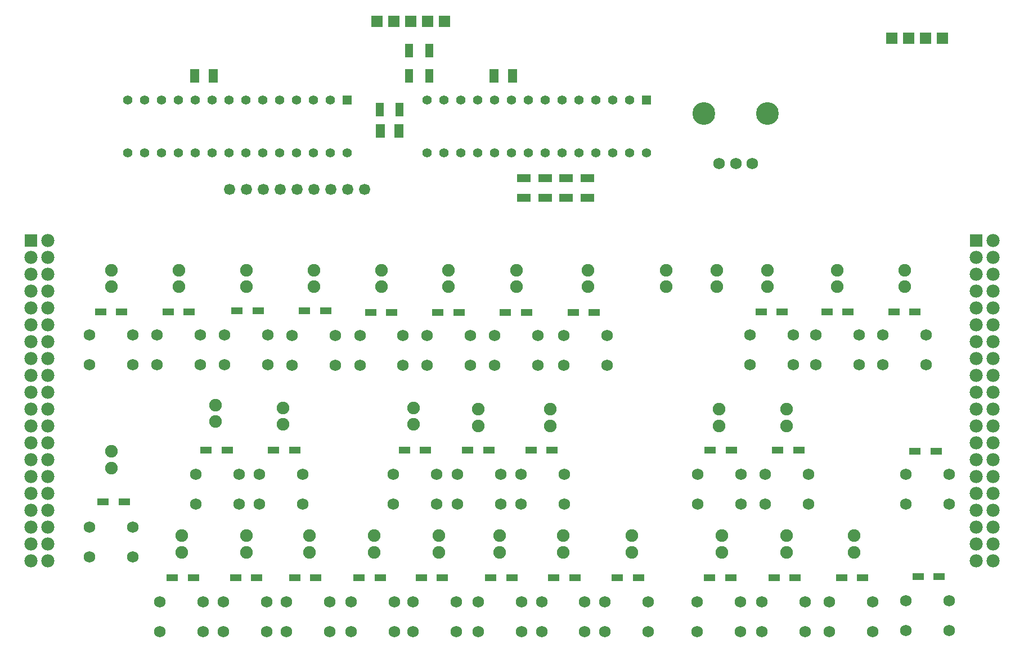
<source format=gbr>
G04 DesignSpark PCB Gerber Version 9.0 Build 5138 *
%FSLAX35Y35*%
%MOIN*%
%ADD75R,0.05134X0.08087*%
%ADD76R,0.05213X0.08165*%
%ADD25R,0.05563X0.05563*%
%ADD77R,0.07000X0.07000*%
%ADD78R,0.07791X0.07791*%
%ADD26C,0.05563*%
%ADD72R,0.06512X0.03953*%
%ADD29C,0.06634*%
%ADD27C,0.06906*%
%ADD28C,0.07496*%
%ADD79C,0.07791*%
%ADD73R,0.08087X0.05134*%
%ADD74C,0.13457*%
X0Y0D02*
D02*
D25*
X197881Y333726D03*
X375163D03*
D02*
D26*
X67881Y302474D03*
Y333726D03*
X77881Y302474D03*
Y333726D03*
X87881Y302474D03*
Y333726D03*
X97881Y302474D03*
Y333726D03*
X107881Y302474D03*
Y333726D03*
X117881Y302474D03*
Y333726D03*
X127881Y302474D03*
Y333726D03*
X137881Y302474D03*
Y333726D03*
X147881Y302474D03*
Y333726D03*
X157881Y302474D03*
Y333726D03*
X167881Y302474D03*
Y333726D03*
X177881Y302474D03*
Y333726D03*
X187881Y302474D03*
Y333726D03*
X197881Y302474D03*
X245163D03*
Y333726D03*
X255163Y302474D03*
Y333726D03*
X265163Y302474D03*
Y333726D03*
X275163Y302474D03*
Y333726D03*
X285163Y302474D03*
Y333726D03*
X295163Y302474D03*
Y333726D03*
X305163Y302474D03*
Y333726D03*
X315163Y302474D03*
Y333726D03*
X325163Y302474D03*
Y333726D03*
X335163Y302474D03*
Y333726D03*
X345163Y302474D03*
Y333726D03*
X355163Y302474D03*
Y333726D03*
X365163Y302474D03*
Y333726D03*
X375163Y302474D03*
D02*
D27*
X45305Y62864D03*
Y80580D03*
Y176742D03*
Y194458D03*
X70895Y62864D03*
Y80580D03*
Y176742D03*
Y194458D03*
X85305Y176742D03*
Y194458D03*
X87057Y18553D03*
Y36269D03*
X108369Y94242D03*
Y111958D03*
X110895Y176742D03*
Y194458D03*
X112647Y18553D03*
Y36269D03*
X124557Y18553D03*
Y36269D03*
X125305Y176742D03*
Y194458D03*
X133960Y94242D03*
Y111958D03*
X145869Y94242D03*
Y111958D03*
X150147Y18553D03*
Y36269D03*
X150895Y176742D03*
Y194458D03*
X162057Y18553D03*
Y36269D03*
X165305Y176566D03*
Y194283D03*
X171460Y94242D03*
Y111958D03*
X187647Y18553D03*
Y36269D03*
X190895Y176566D03*
Y194283D03*
X200305Y18553D03*
Y36269D03*
X205430Y176566D03*
Y194283D03*
X225305Y94242D03*
Y111958D03*
X225895Y18553D03*
Y36269D03*
X231020Y176566D03*
Y194283D03*
X237057Y18553D03*
Y36269D03*
X245305Y176566D03*
Y194283D03*
X250895Y94242D03*
Y111958D03*
X262647Y18553D03*
Y36269D03*
X263369Y94242D03*
Y111958D03*
X270895Y176566D03*
Y194283D03*
X275600Y18553D03*
Y36269D03*
X285305Y176525D03*
Y194242D03*
X288960Y94242D03*
Y111958D03*
X300869Y94242D03*
Y111958D03*
X301191Y18553D03*
Y36269D03*
X310895Y176525D03*
Y194242D03*
X313100Y18553D03*
Y36269D03*
X326335Y176566D03*
Y194283D03*
X326460Y94242D03*
Y111958D03*
X338691Y18553D03*
Y36269D03*
X350600Y18553D03*
Y36269D03*
X351925Y176566D03*
Y194283D03*
X376191Y18553D03*
Y36269D03*
X405305Y18553D03*
Y36269D03*
X405600Y94242D03*
Y111958D03*
X418257Y296348D03*
X428100D03*
X430895Y18553D03*
Y36269D03*
X431191Y94242D03*
Y111958D03*
X436617Y176742D03*
Y194458D03*
X437943Y296348D03*
X443553Y18553D03*
Y36269D03*
X445600Y94242D03*
Y111958D03*
X462208Y176742D03*
Y194458D03*
X469143Y18553D03*
Y36269D03*
X471191Y94242D03*
Y111958D03*
X475600Y176742D03*
Y194458D03*
X483553Y18553D03*
Y36269D03*
X501191Y176742D03*
Y194458D03*
X509143Y18553D03*
Y36269D03*
X515305Y176742D03*
Y194458D03*
X528848Y19242D03*
Y36958D03*
Y94242D03*
Y111958D03*
X540895Y176742D03*
Y194458D03*
X554439Y19242D03*
Y36958D03*
Y94242D03*
Y111958D03*
D02*
D28*
X58100Y115679D03*
Y125521D03*
Y223179D03*
Y233021D03*
X98100Y223179D03*
Y233021D03*
X99852Y65679D03*
Y75521D03*
X119852Y143179D03*
Y153021D03*
X138100Y65679D03*
Y75521D03*
Y223179D03*
Y233021D03*
X159852Y141409D03*
Y151251D03*
X175600Y65679D03*
Y75521D03*
X178100Y223179D03*
Y233021D03*
X213848Y65679D03*
Y75521D03*
X218100Y223179D03*
Y233021D03*
X237352Y141409D03*
Y151251D03*
X252352Y65679D03*
Y75521D03*
X257975Y223179D03*
Y233021D03*
X275600Y140679D03*
Y150521D03*
X288395Y65679D03*
Y75521D03*
X298100Y223179D03*
Y233021D03*
X318100Y140679D03*
Y150521D03*
X325895Y65679D03*
Y75521D03*
X340600Y223179D03*
Y233021D03*
X366643Y65679D03*
Y75521D03*
X386913Y223179D03*
Y233021D03*
X416913Y223179D03*
Y233021D03*
X418100Y140679D03*
Y150521D03*
X419852Y65679D03*
Y75521D03*
X446913Y223179D03*
Y233021D03*
X458100Y65679D03*
Y75521D03*
Y140679D03*
Y150521D03*
X488395Y223179D03*
Y233021D03*
X498100Y65679D03*
Y75521D03*
X528100Y223179D03*
Y233021D03*
D02*
D29*
X128100Y281037D03*
X138100D03*
X148100D03*
X158100D03*
X168100D03*
X178100D03*
X188100D03*
X198100D03*
X208100D03*
D02*
D72*
X51801Y208100D03*
X53297Y95600D03*
X64399Y208100D03*
X65895Y95600D03*
X91801Y208100D03*
X94301Y50600D03*
X104399Y208100D03*
X106899Y50600D03*
X114301Y126330D03*
X126899D03*
X131801Y50600D03*
X132549Y208830D03*
X144399Y50600D03*
X145147Y208830D03*
X154301Y126330D03*
X166801Y50600D03*
X166899Y126330D03*
X172549Y208830D03*
X179399Y50600D03*
X185147Y208830D03*
X205049Y50600D03*
X211801Y207965D03*
X217647Y50600D03*
X224399Y207965D03*
X231801Y126330D03*
X241801Y50600D03*
X244399Y126330D03*
X251676Y207965D03*
X254399Y50600D03*
X264274Y207965D03*
X269301Y126330D03*
X281899D03*
X282844Y50600D03*
X291676Y207965D03*
X295443Y50600D03*
X304274Y207965D03*
X306801Y126330D03*
X319399D03*
X320344Y50600D03*
X331801Y207965D03*
X332943Y50600D03*
X344399Y207965D03*
X357844Y50600D03*
X370443D03*
X412549D03*
X412844Y126289D03*
X425147Y50600D03*
X425443Y126289D03*
X443113Y208100D03*
X450797Y50600D03*
X452844Y126289D03*
X455712Y208100D03*
X463395Y50600D03*
X465443Y126289D03*
X482096Y208100D03*
X490797Y50600D03*
X494694Y208100D03*
X503395Y50600D03*
X521801Y208100D03*
X534301Y125600D03*
X534399Y208100D03*
X536092Y51289D03*
X546899Y125600D03*
X548691Y51289D03*
D02*
D73*
X302667Y275856D03*
Y287667D03*
X315167Y275856D03*
Y287667D03*
X327667Y275856D03*
Y287667D03*
X340167Y275856D03*
Y287667D03*
D02*
D74*
X409399Y325876D03*
X446801D03*
D02*
D75*
X217194Y328100D03*
X229006D03*
X234694Y348100D03*
Y363100D03*
X246506Y348100D03*
Y363100D03*
D02*
D76*
X107667Y348100D03*
X118533D03*
X217667Y315600D03*
X228533D03*
X284948Y348100D03*
X295815D03*
D02*
D77*
X215600Y380600D03*
X225600D03*
X235600D03*
X245600D03*
X255600D03*
X520600Y370600D03*
X530600D03*
X540600D03*
X550600D03*
D02*
D78*
X10600Y250600D03*
X570600D03*
D02*
D79*
X10600Y60600D03*
Y70600D03*
Y80600D03*
Y90600D03*
Y100600D03*
Y110600D03*
Y120600D03*
Y130600D03*
Y140600D03*
Y150600D03*
Y160600D03*
Y170600D03*
Y180600D03*
Y190600D03*
Y200600D03*
Y210600D03*
Y220600D03*
Y230600D03*
Y240600D03*
X20600Y60600D03*
Y70600D03*
Y80600D03*
Y90600D03*
Y100600D03*
Y110600D03*
Y120600D03*
Y130600D03*
Y140600D03*
Y150600D03*
Y160600D03*
Y170600D03*
Y180600D03*
Y190600D03*
Y200600D03*
Y210600D03*
Y220600D03*
Y230600D03*
Y240600D03*
Y250600D03*
X570600Y60600D03*
Y70600D03*
Y80600D03*
Y90600D03*
Y100600D03*
Y110600D03*
Y120600D03*
Y130600D03*
Y140600D03*
Y150600D03*
Y160600D03*
Y170600D03*
Y180600D03*
Y190600D03*
Y200600D03*
Y210600D03*
Y220600D03*
Y230600D03*
Y240600D03*
X580600Y60600D03*
Y70600D03*
Y80600D03*
Y90600D03*
Y100600D03*
Y110600D03*
Y120600D03*
Y130600D03*
Y140600D03*
Y150600D03*
Y160600D03*
Y170600D03*
Y180600D03*
Y190600D03*
Y200600D03*
Y210600D03*
Y220600D03*
Y230600D03*
Y240600D03*
Y250600D03*
X0Y0D02*
M02*

</source>
